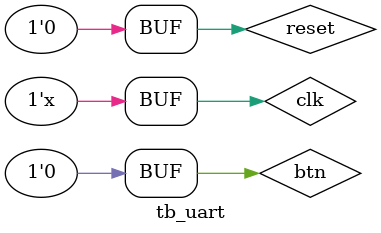
<source format=v>
`timescale 1ns / 1ps



module tb_uart ();

    reg reset, clk, btn;
    send_tx_btn u_fsm (
        .reset(reset),
        .clk(clk),
        .btn_start(btn),
        .tx(tx)

    );

    always #0.05 clk = ~clk;

    initial begin
        clk   = 0;
        reset = 1;
        btn   = 0;
        #100;
        reset = 0;
        #10000;
        btn = 1;
        #100000;
        btn = 0;
        #100000;
        btn = 1;
        #100000;
        btn = 0;
        #100000;
        btn = 1;
        #100000;
        btn = 0;





    end
endmodule

</source>
